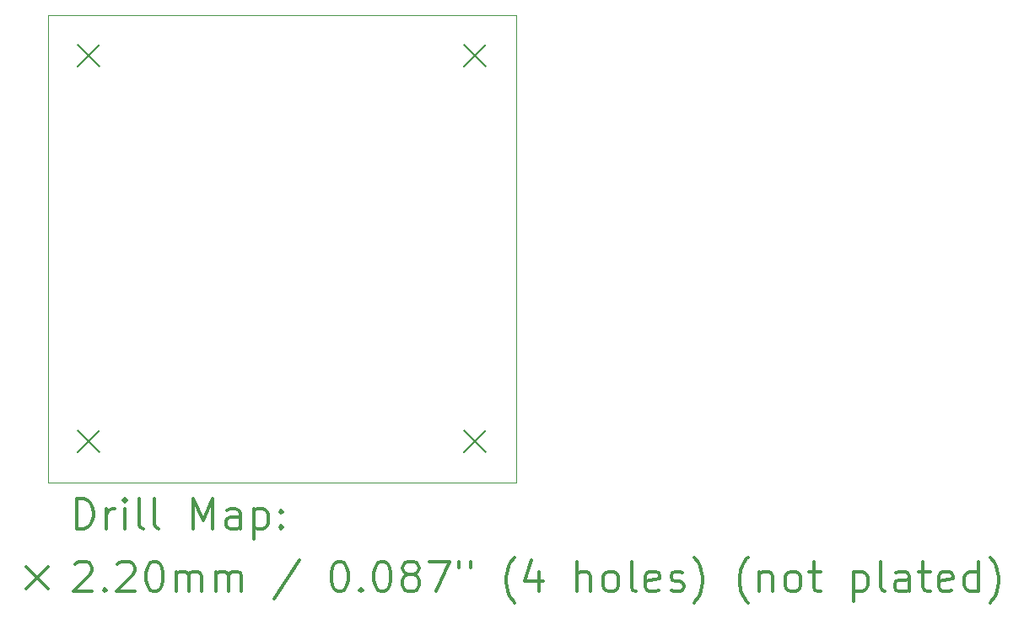
<source format=gbr>
%FSLAX45Y45*%
G04 Gerber Fmt 4.5, Leading zero omitted, Abs format (unit mm)*
G04 Created by KiCad (PCBNEW (5.1.4)-1) date 2020-10-17 09:35:08*
%MOMM*%
%LPD*%
G04 APERTURE LIST*
%ADD10C,0.001000*%
%ADD11C,0.200000*%
%ADD12C,0.300000*%
G04 APERTURE END LIST*
D10*
X12231870Y-8098020D02*
X12231870Y-3398020D01*
X12231870Y-3398020D02*
X7531870Y-3398020D01*
X7531870Y-3398020D02*
X7531870Y-8098020D01*
X7531870Y-8098020D02*
X12231870Y-8098020D01*
D11*
X7831870Y-3698020D02*
X8051870Y-3918020D01*
X8051870Y-3698020D02*
X7831870Y-3918020D01*
X7831870Y-7578020D02*
X8051870Y-7798020D01*
X8051870Y-7578020D02*
X7831870Y-7798020D01*
X11711870Y-7578020D02*
X11931870Y-7798020D01*
X11931870Y-7578020D02*
X11711870Y-7798020D01*
X11711870Y-3698020D02*
X11931870Y-3918020D01*
X11931870Y-3698020D02*
X11711870Y-3918020D01*
D12*
X7818248Y-8563784D02*
X7818248Y-8263784D01*
X7889677Y-8263784D01*
X7932534Y-8278070D01*
X7961106Y-8306641D01*
X7975391Y-8335213D01*
X7989677Y-8392356D01*
X7989677Y-8435213D01*
X7975391Y-8492356D01*
X7961106Y-8520927D01*
X7932534Y-8549499D01*
X7889677Y-8563784D01*
X7818248Y-8563784D01*
X8118248Y-8563784D02*
X8118248Y-8363784D01*
X8118248Y-8420927D02*
X8132534Y-8392356D01*
X8146820Y-8378070D01*
X8175391Y-8363784D01*
X8203963Y-8363784D01*
X8303963Y-8563784D02*
X8303963Y-8363784D01*
X8303963Y-8263784D02*
X8289677Y-8278070D01*
X8303963Y-8292356D01*
X8318248Y-8278070D01*
X8303963Y-8263784D01*
X8303963Y-8292356D01*
X8489677Y-8563784D02*
X8461106Y-8549499D01*
X8446820Y-8520927D01*
X8446820Y-8263784D01*
X8646820Y-8563784D02*
X8618248Y-8549499D01*
X8603963Y-8520927D01*
X8603963Y-8263784D01*
X8989677Y-8563784D02*
X8989677Y-8263784D01*
X9089677Y-8478070D01*
X9189677Y-8263784D01*
X9189677Y-8563784D01*
X9461106Y-8563784D02*
X9461106Y-8406642D01*
X9446820Y-8378070D01*
X9418248Y-8363784D01*
X9361106Y-8363784D01*
X9332534Y-8378070D01*
X9461106Y-8549499D02*
X9432534Y-8563784D01*
X9361106Y-8563784D01*
X9332534Y-8549499D01*
X9318248Y-8520927D01*
X9318248Y-8492356D01*
X9332534Y-8463784D01*
X9361106Y-8449499D01*
X9432534Y-8449499D01*
X9461106Y-8435213D01*
X9603963Y-8363784D02*
X9603963Y-8663784D01*
X9603963Y-8378070D02*
X9632534Y-8363784D01*
X9689677Y-8363784D01*
X9718248Y-8378070D01*
X9732534Y-8392356D01*
X9746820Y-8420927D01*
X9746820Y-8506642D01*
X9732534Y-8535213D01*
X9718248Y-8549499D01*
X9689677Y-8563784D01*
X9632534Y-8563784D01*
X9603963Y-8549499D01*
X9875391Y-8535213D02*
X9889677Y-8549499D01*
X9875391Y-8563784D01*
X9861106Y-8549499D01*
X9875391Y-8535213D01*
X9875391Y-8563784D01*
X9875391Y-8378070D02*
X9889677Y-8392356D01*
X9875391Y-8406642D01*
X9861106Y-8392356D01*
X9875391Y-8378070D01*
X9875391Y-8406642D01*
X7311820Y-8948070D02*
X7531820Y-9168070D01*
X7531820Y-8948070D02*
X7311820Y-9168070D01*
X7803963Y-8922356D02*
X7818248Y-8908070D01*
X7846820Y-8893784D01*
X7918248Y-8893784D01*
X7946820Y-8908070D01*
X7961106Y-8922356D01*
X7975391Y-8950927D01*
X7975391Y-8979499D01*
X7961106Y-9022356D01*
X7789677Y-9193784D01*
X7975391Y-9193784D01*
X8103963Y-9165213D02*
X8118248Y-9179499D01*
X8103963Y-9193784D01*
X8089677Y-9179499D01*
X8103963Y-9165213D01*
X8103963Y-9193784D01*
X8232534Y-8922356D02*
X8246820Y-8908070D01*
X8275391Y-8893784D01*
X8346820Y-8893784D01*
X8375391Y-8908070D01*
X8389677Y-8922356D01*
X8403963Y-8950927D01*
X8403963Y-8979499D01*
X8389677Y-9022356D01*
X8218248Y-9193784D01*
X8403963Y-9193784D01*
X8589677Y-8893784D02*
X8618248Y-8893784D01*
X8646820Y-8908070D01*
X8661106Y-8922356D01*
X8675391Y-8950927D01*
X8689677Y-9008070D01*
X8689677Y-9079499D01*
X8675391Y-9136642D01*
X8661106Y-9165213D01*
X8646820Y-9179499D01*
X8618248Y-9193784D01*
X8589677Y-9193784D01*
X8561106Y-9179499D01*
X8546820Y-9165213D01*
X8532534Y-9136642D01*
X8518248Y-9079499D01*
X8518248Y-9008070D01*
X8532534Y-8950927D01*
X8546820Y-8922356D01*
X8561106Y-8908070D01*
X8589677Y-8893784D01*
X8818248Y-9193784D02*
X8818248Y-8993784D01*
X8818248Y-9022356D02*
X8832534Y-9008070D01*
X8861106Y-8993784D01*
X8903963Y-8993784D01*
X8932534Y-9008070D01*
X8946820Y-9036642D01*
X8946820Y-9193784D01*
X8946820Y-9036642D02*
X8961106Y-9008070D01*
X8989677Y-8993784D01*
X9032534Y-8993784D01*
X9061106Y-9008070D01*
X9075391Y-9036642D01*
X9075391Y-9193784D01*
X9218248Y-9193784D02*
X9218248Y-8993784D01*
X9218248Y-9022356D02*
X9232534Y-9008070D01*
X9261106Y-8993784D01*
X9303963Y-8993784D01*
X9332534Y-9008070D01*
X9346820Y-9036642D01*
X9346820Y-9193784D01*
X9346820Y-9036642D02*
X9361106Y-9008070D01*
X9389677Y-8993784D01*
X9432534Y-8993784D01*
X9461106Y-9008070D01*
X9475391Y-9036642D01*
X9475391Y-9193784D01*
X10061106Y-8879499D02*
X9803963Y-9265213D01*
X10446820Y-8893784D02*
X10475391Y-8893784D01*
X10503963Y-8908070D01*
X10518248Y-8922356D01*
X10532534Y-8950927D01*
X10546820Y-9008070D01*
X10546820Y-9079499D01*
X10532534Y-9136642D01*
X10518248Y-9165213D01*
X10503963Y-9179499D01*
X10475391Y-9193784D01*
X10446820Y-9193784D01*
X10418248Y-9179499D01*
X10403963Y-9165213D01*
X10389677Y-9136642D01*
X10375391Y-9079499D01*
X10375391Y-9008070D01*
X10389677Y-8950927D01*
X10403963Y-8922356D01*
X10418248Y-8908070D01*
X10446820Y-8893784D01*
X10675391Y-9165213D02*
X10689677Y-9179499D01*
X10675391Y-9193784D01*
X10661106Y-9179499D01*
X10675391Y-9165213D01*
X10675391Y-9193784D01*
X10875391Y-8893784D02*
X10903963Y-8893784D01*
X10932534Y-8908070D01*
X10946820Y-8922356D01*
X10961106Y-8950927D01*
X10975391Y-9008070D01*
X10975391Y-9079499D01*
X10961106Y-9136642D01*
X10946820Y-9165213D01*
X10932534Y-9179499D01*
X10903963Y-9193784D01*
X10875391Y-9193784D01*
X10846820Y-9179499D01*
X10832534Y-9165213D01*
X10818248Y-9136642D01*
X10803963Y-9079499D01*
X10803963Y-9008070D01*
X10818248Y-8950927D01*
X10832534Y-8922356D01*
X10846820Y-8908070D01*
X10875391Y-8893784D01*
X11146820Y-9022356D02*
X11118248Y-9008070D01*
X11103963Y-8993784D01*
X11089677Y-8965213D01*
X11089677Y-8950927D01*
X11103963Y-8922356D01*
X11118248Y-8908070D01*
X11146820Y-8893784D01*
X11203963Y-8893784D01*
X11232534Y-8908070D01*
X11246820Y-8922356D01*
X11261106Y-8950927D01*
X11261106Y-8965213D01*
X11246820Y-8993784D01*
X11232534Y-9008070D01*
X11203963Y-9022356D01*
X11146820Y-9022356D01*
X11118248Y-9036642D01*
X11103963Y-9050927D01*
X11089677Y-9079499D01*
X11089677Y-9136642D01*
X11103963Y-9165213D01*
X11118248Y-9179499D01*
X11146820Y-9193784D01*
X11203963Y-9193784D01*
X11232534Y-9179499D01*
X11246820Y-9165213D01*
X11261106Y-9136642D01*
X11261106Y-9079499D01*
X11246820Y-9050927D01*
X11232534Y-9036642D01*
X11203963Y-9022356D01*
X11361106Y-8893784D02*
X11561106Y-8893784D01*
X11432534Y-9193784D01*
X11661106Y-8893784D02*
X11661106Y-8950927D01*
X11775391Y-8893784D02*
X11775391Y-8950927D01*
X12218248Y-9308070D02*
X12203963Y-9293784D01*
X12175391Y-9250927D01*
X12161106Y-9222356D01*
X12146820Y-9179499D01*
X12132534Y-9108070D01*
X12132534Y-9050927D01*
X12146820Y-8979499D01*
X12161106Y-8936642D01*
X12175391Y-8908070D01*
X12203963Y-8865213D01*
X12218248Y-8850927D01*
X12461106Y-8993784D02*
X12461106Y-9193784D01*
X12389677Y-8879499D02*
X12318248Y-9093784D01*
X12503963Y-9093784D01*
X12846820Y-9193784D02*
X12846820Y-8893784D01*
X12975391Y-9193784D02*
X12975391Y-9036642D01*
X12961106Y-9008070D01*
X12932534Y-8993784D01*
X12889677Y-8993784D01*
X12861106Y-9008070D01*
X12846820Y-9022356D01*
X13161106Y-9193784D02*
X13132534Y-9179499D01*
X13118248Y-9165213D01*
X13103963Y-9136642D01*
X13103963Y-9050927D01*
X13118248Y-9022356D01*
X13132534Y-9008070D01*
X13161106Y-8993784D01*
X13203963Y-8993784D01*
X13232534Y-9008070D01*
X13246820Y-9022356D01*
X13261106Y-9050927D01*
X13261106Y-9136642D01*
X13246820Y-9165213D01*
X13232534Y-9179499D01*
X13203963Y-9193784D01*
X13161106Y-9193784D01*
X13432534Y-9193784D02*
X13403963Y-9179499D01*
X13389677Y-9150927D01*
X13389677Y-8893784D01*
X13661106Y-9179499D02*
X13632534Y-9193784D01*
X13575391Y-9193784D01*
X13546820Y-9179499D01*
X13532534Y-9150927D01*
X13532534Y-9036642D01*
X13546820Y-9008070D01*
X13575391Y-8993784D01*
X13632534Y-8993784D01*
X13661106Y-9008070D01*
X13675391Y-9036642D01*
X13675391Y-9065213D01*
X13532534Y-9093784D01*
X13789677Y-9179499D02*
X13818248Y-9193784D01*
X13875391Y-9193784D01*
X13903963Y-9179499D01*
X13918248Y-9150927D01*
X13918248Y-9136642D01*
X13903963Y-9108070D01*
X13875391Y-9093784D01*
X13832534Y-9093784D01*
X13803963Y-9079499D01*
X13789677Y-9050927D01*
X13789677Y-9036642D01*
X13803963Y-9008070D01*
X13832534Y-8993784D01*
X13875391Y-8993784D01*
X13903963Y-9008070D01*
X14018248Y-9308070D02*
X14032534Y-9293784D01*
X14061106Y-9250927D01*
X14075391Y-9222356D01*
X14089677Y-9179499D01*
X14103963Y-9108070D01*
X14103963Y-9050927D01*
X14089677Y-8979499D01*
X14075391Y-8936642D01*
X14061106Y-8908070D01*
X14032534Y-8865213D01*
X14018248Y-8850927D01*
X14561106Y-9308070D02*
X14546820Y-9293784D01*
X14518248Y-9250927D01*
X14503963Y-9222356D01*
X14489677Y-9179499D01*
X14475391Y-9108070D01*
X14475391Y-9050927D01*
X14489677Y-8979499D01*
X14503963Y-8936642D01*
X14518248Y-8908070D01*
X14546820Y-8865213D01*
X14561106Y-8850927D01*
X14675391Y-8993784D02*
X14675391Y-9193784D01*
X14675391Y-9022356D02*
X14689677Y-9008070D01*
X14718248Y-8993784D01*
X14761106Y-8993784D01*
X14789677Y-9008070D01*
X14803963Y-9036642D01*
X14803963Y-9193784D01*
X14989677Y-9193784D02*
X14961106Y-9179499D01*
X14946820Y-9165213D01*
X14932534Y-9136642D01*
X14932534Y-9050927D01*
X14946820Y-9022356D01*
X14961106Y-9008070D01*
X14989677Y-8993784D01*
X15032534Y-8993784D01*
X15061106Y-9008070D01*
X15075391Y-9022356D01*
X15089677Y-9050927D01*
X15089677Y-9136642D01*
X15075391Y-9165213D01*
X15061106Y-9179499D01*
X15032534Y-9193784D01*
X14989677Y-9193784D01*
X15175391Y-8993784D02*
X15289677Y-8993784D01*
X15218248Y-8893784D02*
X15218248Y-9150927D01*
X15232534Y-9179499D01*
X15261106Y-9193784D01*
X15289677Y-9193784D01*
X15618248Y-8993784D02*
X15618248Y-9293784D01*
X15618248Y-9008070D02*
X15646820Y-8993784D01*
X15703963Y-8993784D01*
X15732534Y-9008070D01*
X15746820Y-9022356D01*
X15761106Y-9050927D01*
X15761106Y-9136642D01*
X15746820Y-9165213D01*
X15732534Y-9179499D01*
X15703963Y-9193784D01*
X15646820Y-9193784D01*
X15618248Y-9179499D01*
X15932534Y-9193784D02*
X15903963Y-9179499D01*
X15889677Y-9150927D01*
X15889677Y-8893784D01*
X16175391Y-9193784D02*
X16175391Y-9036642D01*
X16161106Y-9008070D01*
X16132534Y-8993784D01*
X16075391Y-8993784D01*
X16046820Y-9008070D01*
X16175391Y-9179499D02*
X16146820Y-9193784D01*
X16075391Y-9193784D01*
X16046820Y-9179499D01*
X16032534Y-9150927D01*
X16032534Y-9122356D01*
X16046820Y-9093784D01*
X16075391Y-9079499D01*
X16146820Y-9079499D01*
X16175391Y-9065213D01*
X16275391Y-8993784D02*
X16389677Y-8993784D01*
X16318248Y-8893784D02*
X16318248Y-9150927D01*
X16332534Y-9179499D01*
X16361106Y-9193784D01*
X16389677Y-9193784D01*
X16603963Y-9179499D02*
X16575391Y-9193784D01*
X16518248Y-9193784D01*
X16489677Y-9179499D01*
X16475391Y-9150927D01*
X16475391Y-9036642D01*
X16489677Y-9008070D01*
X16518248Y-8993784D01*
X16575391Y-8993784D01*
X16603963Y-9008070D01*
X16618248Y-9036642D01*
X16618248Y-9065213D01*
X16475391Y-9093784D01*
X16875391Y-9193784D02*
X16875391Y-8893784D01*
X16875391Y-9179499D02*
X16846820Y-9193784D01*
X16789677Y-9193784D01*
X16761106Y-9179499D01*
X16746820Y-9165213D01*
X16732534Y-9136642D01*
X16732534Y-9050927D01*
X16746820Y-9022356D01*
X16761106Y-9008070D01*
X16789677Y-8993784D01*
X16846820Y-8993784D01*
X16875391Y-9008070D01*
X16989677Y-9308070D02*
X17003963Y-9293784D01*
X17032534Y-9250927D01*
X17046820Y-9222356D01*
X17061106Y-9179499D01*
X17075391Y-9108070D01*
X17075391Y-9050927D01*
X17061106Y-8979499D01*
X17046820Y-8936642D01*
X17032534Y-8908070D01*
X17003963Y-8865213D01*
X16989677Y-8850927D01*
M02*

</source>
